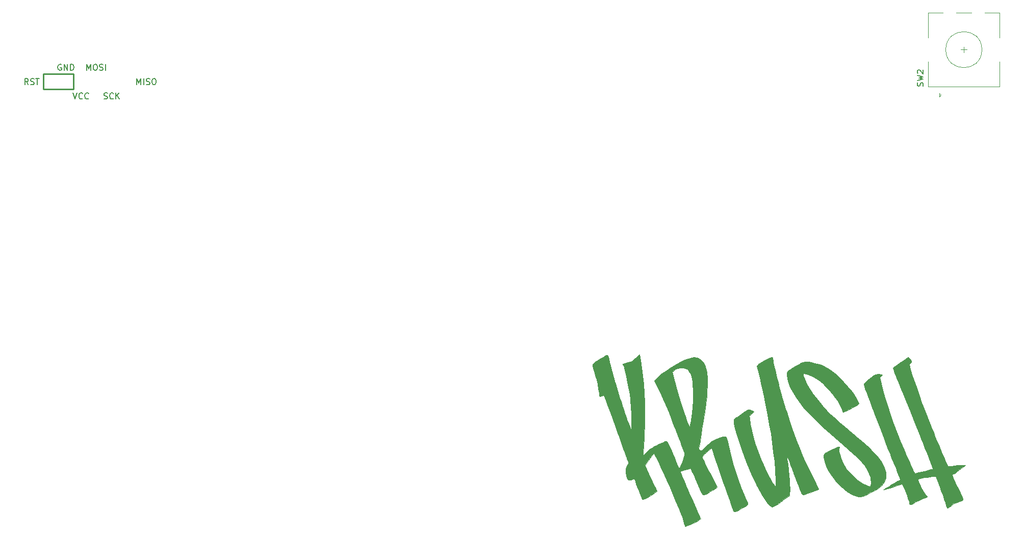
<source format=gbr>
G04 #@! TF.GenerationSoftware,KiCad,Pcbnew,(5.1.10)-1*
G04 #@! TF.CreationDate,2021-06-22T17:57:11+07:00*
G04 #@! TF.ProjectId,averange65,61766572-616e-4676-9536-352e6b696361,rev?*
G04 #@! TF.SameCoordinates,Original*
G04 #@! TF.FileFunction,Legend,Top*
G04 #@! TF.FilePolarity,Positive*
%FSLAX46Y46*%
G04 Gerber Fmt 4.6, Leading zero omitted, Abs format (unit mm)*
G04 Created by KiCad (PCBNEW (5.1.10)-1) date 2021-06-22 17:57:11*
%MOMM*%
%LPD*%
G01*
G04 APERTURE LIST*
%ADD10C,0.250000*%
%ADD11C,0.010000*%
%ADD12C,0.120000*%
%ADD13C,0.150000*%
G04 APERTURE END LIST*
D10*
X170982000Y-61194000D02*
X175982000Y-61194000D01*
X175982000Y-61194000D02*
X175982000Y-63694000D01*
X175982000Y-63694000D02*
X170982000Y-63694000D01*
X170982000Y-63694000D02*
X170982000Y-61194000D01*
D11*
G36*
X270143220Y-108770073D02*
G01*
X270365110Y-110007141D01*
X270544551Y-111313877D01*
X270681924Y-112701987D01*
X270777611Y-114183179D01*
X270831994Y-115769158D01*
X270845455Y-117471631D01*
X270818376Y-119302304D01*
X270751139Y-121272882D01*
X270644125Y-123395073D01*
X270628914Y-123655667D01*
X270573814Y-124587000D01*
X271240407Y-123952000D01*
X271530420Y-123685368D01*
X271796645Y-123468617D01*
X272079151Y-123275499D01*
X272418010Y-123079764D01*
X272853292Y-122855164D01*
X273102481Y-122732213D01*
X273557707Y-122516908D01*
X273942105Y-122349614D01*
X274232206Y-122239735D01*
X274404542Y-122196674D01*
X274432806Y-122199171D01*
X274534905Y-122284594D01*
X274667941Y-122479301D01*
X274836282Y-122792355D01*
X275044300Y-123232817D01*
X275296364Y-123809752D01*
X275596845Y-124532222D01*
X275801366Y-125037276D01*
X276006374Y-125539299D01*
X276194333Y-125984031D01*
X276355137Y-126348797D01*
X276478675Y-126610921D01*
X276554838Y-126747726D01*
X276570414Y-126762372D01*
X276639129Y-126690109D01*
X276745711Y-126490113D01*
X276876555Y-126195973D01*
X277018058Y-125841277D01*
X277156614Y-125459615D01*
X277278619Y-125084574D01*
X277345899Y-124847754D01*
X277421456Y-124543607D01*
X277450238Y-124334368D01*
X277430022Y-124151577D01*
X277358582Y-123926776D01*
X277311891Y-123801028D01*
X277243440Y-123621532D01*
X277121184Y-123304078D01*
X276952822Y-122868481D01*
X276746050Y-122334554D01*
X276508562Y-121722112D01*
X276248057Y-121050968D01*
X275972230Y-120340935D01*
X275688777Y-119611827D01*
X275405395Y-118883459D01*
X275129780Y-118175643D01*
X274869628Y-117508194D01*
X274632636Y-116900925D01*
X274476460Y-116501333D01*
X274333056Y-116151477D01*
X274133296Y-115687576D01*
X273894297Y-115148149D01*
X273633172Y-114571717D01*
X273367038Y-113996799D01*
X273304617Y-113863950D01*
X272480512Y-112115568D01*
X272786423Y-111786902D01*
X273020570Y-111548872D01*
X273277619Y-111318534D01*
X273580686Y-111078902D01*
X273952884Y-110812988D01*
X274176034Y-110664435D01*
X275434834Y-110664435D01*
X275855177Y-112291718D01*
X276204678Y-113612527D01*
X276537506Y-114800518D01*
X276864010Y-115890037D01*
X277194542Y-116915428D01*
X277539451Y-117911037D01*
X277595866Y-118067667D01*
X277815440Y-118670864D01*
X277986214Y-119130800D01*
X278115155Y-119464098D01*
X278209227Y-119687386D01*
X278275394Y-119817290D01*
X278320621Y-119870434D01*
X278349304Y-119866252D01*
X278373341Y-119773732D01*
X278414456Y-119544586D01*
X278467526Y-119210062D01*
X278527429Y-118801405D01*
X278548253Y-118652500D01*
X278690147Y-117543854D01*
X278790796Y-116554595D01*
X278853042Y-115640616D01*
X278879725Y-114757810D01*
X278873689Y-113862072D01*
X278868797Y-113677228D01*
X278838603Y-112938060D01*
X278792760Y-112339961D01*
X278725984Y-111854983D01*
X278632995Y-111455180D01*
X278508511Y-111112605D01*
X278347248Y-110799311D01*
X278314609Y-110745013D01*
X278096955Y-110466485D01*
X277833438Y-110231373D01*
X277746005Y-110174906D01*
X277304959Y-110015924D01*
X276812796Y-109986776D01*
X276319662Y-110081576D01*
X275875700Y-110294438D01*
X275721770Y-110412503D01*
X275434834Y-110664435D01*
X274176034Y-110664435D01*
X274417326Y-110503805D01*
X274997128Y-110134366D01*
X275251334Y-109975378D01*
X276126479Y-109445414D01*
X276886386Y-109020601D01*
X277544848Y-108696431D01*
X278115658Y-108468399D01*
X278612609Y-108331997D01*
X279049494Y-108282718D01*
X279440106Y-108316056D01*
X279798238Y-108427503D01*
X279877548Y-108463751D01*
X280269704Y-108715338D01*
X280591464Y-109062152D01*
X280845752Y-109514324D01*
X281035495Y-110081988D01*
X281163615Y-110775275D01*
X281233039Y-111604317D01*
X281246691Y-112579247D01*
X281232371Y-113157000D01*
X281208488Y-113722904D01*
X281177092Y-114265428D01*
X281135532Y-114806039D01*
X281081158Y-115366207D01*
X281011320Y-115967401D01*
X280923366Y-116631088D01*
X280814646Y-117378738D01*
X280682510Y-118231819D01*
X280524306Y-119211800D01*
X280368615Y-120153054D01*
X280248291Y-120875930D01*
X280137167Y-121545747D01*
X280038234Y-122144302D01*
X279954486Y-122653392D01*
X279888914Y-123054813D01*
X279844511Y-123330362D01*
X279824269Y-123461835D01*
X279823334Y-123470173D01*
X279888041Y-123582973D01*
X280032595Y-123705908D01*
X280182648Y-123779136D01*
X280211582Y-123782667D01*
X280322563Y-123724207D01*
X280510922Y-123568627D01*
X280741827Y-123345621D01*
X280819367Y-123264492D01*
X281386981Y-122728780D01*
X282013999Y-122258372D01*
X282665367Y-121873890D01*
X283306033Y-121595954D01*
X283900945Y-121445187D01*
X283915262Y-121443180D01*
X284159283Y-121421534D01*
X284300094Y-121455547D01*
X284399659Y-121563587D01*
X284417902Y-121592185D01*
X284483254Y-121754085D01*
X284565737Y-122040585D01*
X284654176Y-122409338D01*
X284727756Y-122766667D01*
X284951652Y-123805041D01*
X285246084Y-124954496D01*
X285599011Y-126178281D01*
X285998389Y-127439647D01*
X286432174Y-128701842D01*
X286888325Y-129928115D01*
X287354796Y-131081716D01*
X287735896Y-131946226D01*
X287872718Y-132246764D01*
X287950820Y-132467449D01*
X287955409Y-132636855D01*
X287871692Y-132783558D01*
X287684876Y-132936131D01*
X287380169Y-133123150D01*
X287020000Y-133329074D01*
X286522928Y-133604710D01*
X286152206Y-133791051D01*
X285894046Y-133893851D01*
X285734658Y-133918868D01*
X285672814Y-133891389D01*
X285612837Y-133775986D01*
X285504847Y-133517042D01*
X285354791Y-133131524D01*
X285168619Y-132636398D01*
X284952279Y-132048627D01*
X284711718Y-131385179D01*
X284452884Y-130663018D01*
X284181726Y-129899110D01*
X283904192Y-129110420D01*
X283626231Y-128313913D01*
X283353789Y-127526556D01*
X283092817Y-126765314D01*
X282849260Y-126047151D01*
X282629069Y-125389034D01*
X282438190Y-124807928D01*
X282282573Y-124320799D01*
X282168165Y-123944611D01*
X282106385Y-123719167D01*
X282038451Y-123501096D01*
X281970678Y-123373272D01*
X281947944Y-123359333D01*
X281861388Y-123412896D01*
X281676722Y-123558925D01*
X281420634Y-123775436D01*
X281119811Y-124040443D01*
X281104420Y-124054261D01*
X280768655Y-124362759D01*
X280547110Y-124585686D01*
X280422368Y-124743985D01*
X280377009Y-124858597D01*
X280382569Y-124922095D01*
X280432478Y-125038232D01*
X280549550Y-125285534D01*
X280724085Y-125644286D01*
X280946382Y-126094769D01*
X281206741Y-126617265D01*
X281495463Y-127192058D01*
X281643332Y-127484812D01*
X282852618Y-129874623D01*
X282410055Y-130168380D01*
X282065532Y-130386788D01*
X281691063Y-130607504D01*
X281320947Y-130812220D01*
X280989485Y-130982632D01*
X280730977Y-131100433D01*
X280579725Y-131147320D01*
X280575455Y-131147476D01*
X280455569Y-131071237D01*
X280319602Y-130861276D01*
X280265935Y-130746500D01*
X280015241Y-130165127D01*
X279756211Y-129569094D01*
X279498080Y-128979192D01*
X279250078Y-128416212D01*
X279021438Y-127900945D01*
X278821393Y-127454182D01*
X278659174Y-127096715D01*
X278544015Y-126849334D01*
X278485146Y-126732831D01*
X278481226Y-126727348D01*
X278385477Y-126728597D01*
X278171377Y-126771390D01*
X277881255Y-126843847D01*
X277557445Y-126934084D01*
X277242277Y-127030219D01*
X276978084Y-127120372D01*
X276807198Y-127192658D01*
X276791608Y-127201609D01*
X276767759Y-127228670D01*
X276761760Y-127281188D01*
X276779311Y-127373402D01*
X276826112Y-127519554D01*
X276907865Y-127733884D01*
X277030269Y-128030633D01*
X277199027Y-128424042D01*
X277419838Y-128928352D01*
X277698402Y-129557804D01*
X278040422Y-130326638D01*
X278061662Y-130374315D01*
X278331309Y-130982318D01*
X278609486Y-131614403D01*
X278878334Y-132229645D01*
X279119992Y-132787119D01*
X279316602Y-133245901D01*
X279373319Y-133379982D01*
X279556684Y-133811001D01*
X279731071Y-134212622D01*
X279879243Y-134545702D01*
X279983963Y-134771098D01*
X280000996Y-134805372D01*
X280160210Y-135117744D01*
X279910545Y-135295521D01*
X279730479Y-135402998D01*
X279438905Y-135554537D01*
X279080100Y-135727826D01*
X278789607Y-135860379D01*
X278325752Y-136066821D01*
X277994175Y-136211386D01*
X277771436Y-136298730D01*
X277634098Y-136333508D01*
X277558722Y-136320375D01*
X277521871Y-136263985D01*
X277500105Y-136168995D01*
X277489787Y-136118539D01*
X277406246Y-135810493D01*
X277266447Y-135384569D01*
X277076737Y-134855447D01*
X276843463Y-134237807D01*
X276572970Y-133546328D01*
X276271605Y-132795691D01*
X275945714Y-132000575D01*
X275601645Y-131175660D01*
X275245744Y-130335626D01*
X274884357Y-129495152D01*
X274523830Y-128668919D01*
X274170511Y-127871607D01*
X273830745Y-127117894D01*
X273510880Y-126422462D01*
X273217261Y-125799990D01*
X272956236Y-125265158D01*
X272734150Y-124832645D01*
X272557350Y-124517132D01*
X272432183Y-124333298D01*
X272376274Y-124290667D01*
X272294680Y-124355554D01*
X272140511Y-124529813D01*
X271936485Y-124782841D01*
X271705318Y-125084033D01*
X271469727Y-125402786D01*
X271252431Y-125708497D01*
X271076146Y-125970561D01*
X270963589Y-126158375D01*
X270934642Y-126232778D01*
X270969737Y-126366255D01*
X271068367Y-126623388D01*
X271218514Y-126978742D01*
X271408159Y-127406884D01*
X271625286Y-127882377D01*
X271857875Y-128379788D01*
X272093909Y-128873682D01*
X272321370Y-129338624D01*
X272528238Y-129749180D01*
X272702498Y-130079915D01*
X272832129Y-130305394D01*
X272903280Y-130399123D01*
X272888807Y-130471511D01*
X272751793Y-130606468D01*
X272519210Y-130787066D01*
X272218031Y-130996383D01*
X271875230Y-131217492D01*
X271517780Y-131433469D01*
X271172654Y-131627389D01*
X270866825Y-131782326D01*
X270627266Y-131881357D01*
X270497072Y-131908957D01*
X270428305Y-131829438D01*
X270313922Y-131599991D01*
X270158899Y-131232286D01*
X269968209Y-130737993D01*
X269790334Y-130250912D01*
X269609442Y-129748597D01*
X269444986Y-129297990D01*
X269306388Y-128924429D01*
X269203074Y-128653250D01*
X269144470Y-128509791D01*
X269137747Y-128496585D01*
X269046174Y-128453115D01*
X268870272Y-128521929D01*
X268828351Y-128545963D01*
X268505133Y-128673923D01*
X268221765Y-128665021D01*
X268031814Y-128545167D01*
X267868037Y-128259390D01*
X267765244Y-127864563D01*
X267724444Y-127409991D01*
X267746643Y-126944980D01*
X267832849Y-126518834D01*
X267983539Y-126181658D01*
X268111998Y-125976472D01*
X268157084Y-125830995D01*
X268126473Y-125667428D01*
X268053434Y-125473288D01*
X267996535Y-125322080D01*
X267888159Y-125027961D01*
X267734264Y-124607316D01*
X267540811Y-124076528D01*
X267313760Y-123451981D01*
X267059071Y-122750058D01*
X266782705Y-121987143D01*
X266490622Y-121179619D01*
X266370217Y-120846389D01*
X265906616Y-119564609D01*
X265498101Y-118438720D01*
X265143285Y-117464971D01*
X264840780Y-116639617D01*
X264589195Y-115958908D01*
X264387144Y-115419096D01*
X264233237Y-115016434D01*
X264126086Y-114747172D01*
X264064302Y-114607564D01*
X264050970Y-114586080D01*
X263959299Y-114594001D01*
X263771739Y-114655399D01*
X263698182Y-114684848D01*
X263495994Y-114761990D01*
X263374946Y-114794208D01*
X263362025Y-114791793D01*
X263344814Y-114702005D01*
X263313009Y-114482046D01*
X263271922Y-114169901D01*
X263245901Y-113961333D01*
X263158241Y-113392481D01*
X263025265Y-112716657D01*
X262859135Y-111986164D01*
X262672015Y-111253311D01*
X262476067Y-110570401D01*
X262404611Y-110343468D01*
X262296489Y-109995130D01*
X262238156Y-109724413D01*
X262244213Y-109506178D01*
X262329259Y-109315286D01*
X262507894Y-109126598D01*
X262794719Y-108914974D01*
X263204333Y-108655276D01*
X263484096Y-108484757D01*
X263950867Y-108206992D01*
X264291462Y-108018292D01*
X264519441Y-107912077D01*
X264648362Y-107881768D01*
X264686449Y-107901307D01*
X264725224Y-108013591D01*
X264798018Y-108263680D01*
X264897584Y-108625151D01*
X265016676Y-109071581D01*
X265148046Y-109576546D01*
X265178390Y-109694883D01*
X265341397Y-110330155D01*
X265480591Y-110865341D01*
X265605552Y-111333873D01*
X265725860Y-111769183D01*
X265851095Y-112204703D01*
X265990837Y-112673865D01*
X266154668Y-113210102D01*
X266352167Y-113846844D01*
X266546557Y-114469333D01*
X266720168Y-115015414D01*
X266917930Y-115622236D01*
X267132405Y-116268369D01*
X267356157Y-116932381D01*
X267581748Y-117592840D01*
X267801742Y-118228315D01*
X268008701Y-118817375D01*
X268195188Y-119338587D01*
X268353767Y-119770522D01*
X268477000Y-120091746D01*
X268557450Y-120280829D01*
X268573815Y-120311333D01*
X268597600Y-120271017D01*
X268614807Y-120068898D01*
X268625283Y-119712388D01*
X268628871Y-119208895D01*
X268625417Y-118565830D01*
X268619813Y-118110000D01*
X268606693Y-117402777D01*
X268586940Y-116777028D01*
X268557080Y-116205553D01*
X268513639Y-115661152D01*
X268453145Y-115116624D01*
X268372124Y-114544771D01*
X268267102Y-113918391D01*
X268134607Y-113210284D01*
X267971164Y-112393250D01*
X267773301Y-111440090D01*
X267760010Y-111376793D01*
X267639893Y-110806484D01*
X267548064Y-110378739D01*
X267478083Y-110070384D01*
X267423506Y-109858251D01*
X267377893Y-109719166D01*
X267334802Y-109629961D01*
X267287790Y-109567464D01*
X267244527Y-109522622D01*
X267169518Y-109421844D01*
X267237416Y-109369888D01*
X267271240Y-109359893D01*
X267785276Y-109216037D01*
X268170039Y-109099968D01*
X268459842Y-108995716D01*
X268688995Y-108887309D01*
X268891809Y-108758779D01*
X269102595Y-108594156D01*
X269325273Y-108403847D01*
X269958571Y-107854480D01*
X270143220Y-108770073D01*
G37*
X270143220Y-108770073D02*
X270365110Y-110007141D01*
X270544551Y-111313877D01*
X270681924Y-112701987D01*
X270777611Y-114183179D01*
X270831994Y-115769158D01*
X270845455Y-117471631D01*
X270818376Y-119302304D01*
X270751139Y-121272882D01*
X270644125Y-123395073D01*
X270628914Y-123655667D01*
X270573814Y-124587000D01*
X271240407Y-123952000D01*
X271530420Y-123685368D01*
X271796645Y-123468617D01*
X272079151Y-123275499D01*
X272418010Y-123079764D01*
X272853292Y-122855164D01*
X273102481Y-122732213D01*
X273557707Y-122516908D01*
X273942105Y-122349614D01*
X274232206Y-122239735D01*
X274404542Y-122196674D01*
X274432806Y-122199171D01*
X274534905Y-122284594D01*
X274667941Y-122479301D01*
X274836282Y-122792355D01*
X275044300Y-123232817D01*
X275296364Y-123809752D01*
X275596845Y-124532222D01*
X275801366Y-125037276D01*
X276006374Y-125539299D01*
X276194333Y-125984031D01*
X276355137Y-126348797D01*
X276478675Y-126610921D01*
X276554838Y-126747726D01*
X276570414Y-126762372D01*
X276639129Y-126690109D01*
X276745711Y-126490113D01*
X276876555Y-126195973D01*
X277018058Y-125841277D01*
X277156614Y-125459615D01*
X277278619Y-125084574D01*
X277345899Y-124847754D01*
X277421456Y-124543607D01*
X277450238Y-124334368D01*
X277430022Y-124151577D01*
X277358582Y-123926776D01*
X277311891Y-123801028D01*
X277243440Y-123621532D01*
X277121184Y-123304078D01*
X276952822Y-122868481D01*
X276746050Y-122334554D01*
X276508562Y-121722112D01*
X276248057Y-121050968D01*
X275972230Y-120340935D01*
X275688777Y-119611827D01*
X275405395Y-118883459D01*
X275129780Y-118175643D01*
X274869628Y-117508194D01*
X274632636Y-116900925D01*
X274476460Y-116501333D01*
X274333056Y-116151477D01*
X274133296Y-115687576D01*
X273894297Y-115148149D01*
X273633172Y-114571717D01*
X273367038Y-113996799D01*
X273304617Y-113863950D01*
X272480512Y-112115568D01*
X272786423Y-111786902D01*
X273020570Y-111548872D01*
X273277619Y-111318534D01*
X273580686Y-111078902D01*
X273952884Y-110812988D01*
X274176034Y-110664435D01*
X275434834Y-110664435D01*
X275855177Y-112291718D01*
X276204678Y-113612527D01*
X276537506Y-114800518D01*
X276864010Y-115890037D01*
X277194542Y-116915428D01*
X277539451Y-117911037D01*
X277595866Y-118067667D01*
X277815440Y-118670864D01*
X277986214Y-119130800D01*
X278115155Y-119464098D01*
X278209227Y-119687386D01*
X278275394Y-119817290D01*
X278320621Y-119870434D01*
X278349304Y-119866252D01*
X278373341Y-119773732D01*
X278414456Y-119544586D01*
X278467526Y-119210062D01*
X278527429Y-118801405D01*
X278548253Y-118652500D01*
X278690147Y-117543854D01*
X278790796Y-116554595D01*
X278853042Y-115640616D01*
X278879725Y-114757810D01*
X278873689Y-113862072D01*
X278868797Y-113677228D01*
X278838603Y-112938060D01*
X278792760Y-112339961D01*
X278725984Y-111854983D01*
X278632995Y-111455180D01*
X278508511Y-111112605D01*
X278347248Y-110799311D01*
X278314609Y-110745013D01*
X278096955Y-110466485D01*
X277833438Y-110231373D01*
X277746005Y-110174906D01*
X277304959Y-110015924D01*
X276812796Y-109986776D01*
X276319662Y-110081576D01*
X275875700Y-110294438D01*
X275721770Y-110412503D01*
X275434834Y-110664435D01*
X274176034Y-110664435D01*
X274417326Y-110503805D01*
X274997128Y-110134366D01*
X275251334Y-109975378D01*
X276126479Y-109445414D01*
X276886386Y-109020601D01*
X277544848Y-108696431D01*
X278115658Y-108468399D01*
X278612609Y-108331997D01*
X279049494Y-108282718D01*
X279440106Y-108316056D01*
X279798238Y-108427503D01*
X279877548Y-108463751D01*
X280269704Y-108715338D01*
X280591464Y-109062152D01*
X280845752Y-109514324D01*
X281035495Y-110081988D01*
X281163615Y-110775275D01*
X281233039Y-111604317D01*
X281246691Y-112579247D01*
X281232371Y-113157000D01*
X281208488Y-113722904D01*
X281177092Y-114265428D01*
X281135532Y-114806039D01*
X281081158Y-115366207D01*
X281011320Y-115967401D01*
X280923366Y-116631088D01*
X280814646Y-117378738D01*
X280682510Y-118231819D01*
X280524306Y-119211800D01*
X280368615Y-120153054D01*
X280248291Y-120875930D01*
X280137167Y-121545747D01*
X280038234Y-122144302D01*
X279954486Y-122653392D01*
X279888914Y-123054813D01*
X279844511Y-123330362D01*
X279824269Y-123461835D01*
X279823334Y-123470173D01*
X279888041Y-123582973D01*
X280032595Y-123705908D01*
X280182648Y-123779136D01*
X280211582Y-123782667D01*
X280322563Y-123724207D01*
X280510922Y-123568627D01*
X280741827Y-123345621D01*
X280819367Y-123264492D01*
X281386981Y-122728780D01*
X282013999Y-122258372D01*
X282665367Y-121873890D01*
X283306033Y-121595954D01*
X283900945Y-121445187D01*
X283915262Y-121443180D01*
X284159283Y-121421534D01*
X284300094Y-121455547D01*
X284399659Y-121563587D01*
X284417902Y-121592185D01*
X284483254Y-121754085D01*
X284565737Y-122040585D01*
X284654176Y-122409338D01*
X284727756Y-122766667D01*
X284951652Y-123805041D01*
X285246084Y-124954496D01*
X285599011Y-126178281D01*
X285998389Y-127439647D01*
X286432174Y-128701842D01*
X286888325Y-129928115D01*
X287354796Y-131081716D01*
X287735896Y-131946226D01*
X287872718Y-132246764D01*
X287950820Y-132467449D01*
X287955409Y-132636855D01*
X287871692Y-132783558D01*
X287684876Y-132936131D01*
X287380169Y-133123150D01*
X287020000Y-133329074D01*
X286522928Y-133604710D01*
X286152206Y-133791051D01*
X285894046Y-133893851D01*
X285734658Y-133918868D01*
X285672814Y-133891389D01*
X285612837Y-133775986D01*
X285504847Y-133517042D01*
X285354791Y-133131524D01*
X285168619Y-132636398D01*
X284952279Y-132048627D01*
X284711718Y-131385179D01*
X284452884Y-130663018D01*
X284181726Y-129899110D01*
X283904192Y-129110420D01*
X283626231Y-128313913D01*
X283353789Y-127526556D01*
X283092817Y-126765314D01*
X282849260Y-126047151D01*
X282629069Y-125389034D01*
X282438190Y-124807928D01*
X282282573Y-124320799D01*
X282168165Y-123944611D01*
X282106385Y-123719167D01*
X282038451Y-123501096D01*
X281970678Y-123373272D01*
X281947944Y-123359333D01*
X281861388Y-123412896D01*
X281676722Y-123558925D01*
X281420634Y-123775436D01*
X281119811Y-124040443D01*
X281104420Y-124054261D01*
X280768655Y-124362759D01*
X280547110Y-124585686D01*
X280422368Y-124743985D01*
X280377009Y-124858597D01*
X280382569Y-124922095D01*
X280432478Y-125038232D01*
X280549550Y-125285534D01*
X280724085Y-125644286D01*
X280946382Y-126094769D01*
X281206741Y-126617265D01*
X281495463Y-127192058D01*
X281643332Y-127484812D01*
X282852618Y-129874623D01*
X282410055Y-130168380D01*
X282065532Y-130386788D01*
X281691063Y-130607504D01*
X281320947Y-130812220D01*
X280989485Y-130982632D01*
X280730977Y-131100433D01*
X280579725Y-131147320D01*
X280575455Y-131147476D01*
X280455569Y-131071237D01*
X280319602Y-130861276D01*
X280265935Y-130746500D01*
X280015241Y-130165127D01*
X279756211Y-129569094D01*
X279498080Y-128979192D01*
X279250078Y-128416212D01*
X279021438Y-127900945D01*
X278821393Y-127454182D01*
X278659174Y-127096715D01*
X278544015Y-126849334D01*
X278485146Y-126732831D01*
X278481226Y-126727348D01*
X278385477Y-126728597D01*
X278171377Y-126771390D01*
X277881255Y-126843847D01*
X277557445Y-126934084D01*
X277242277Y-127030219D01*
X276978084Y-127120372D01*
X276807198Y-127192658D01*
X276791608Y-127201609D01*
X276767759Y-127228670D01*
X276761760Y-127281188D01*
X276779311Y-127373402D01*
X276826112Y-127519554D01*
X276907865Y-127733884D01*
X277030269Y-128030633D01*
X277199027Y-128424042D01*
X277419838Y-128928352D01*
X277698402Y-129557804D01*
X278040422Y-130326638D01*
X278061662Y-130374315D01*
X278331309Y-130982318D01*
X278609486Y-131614403D01*
X278878334Y-132229645D01*
X279119992Y-132787119D01*
X279316602Y-133245901D01*
X279373319Y-133379982D01*
X279556684Y-133811001D01*
X279731071Y-134212622D01*
X279879243Y-134545702D01*
X279983963Y-134771098D01*
X280000996Y-134805372D01*
X280160210Y-135117744D01*
X279910545Y-135295521D01*
X279730479Y-135402998D01*
X279438905Y-135554537D01*
X279080100Y-135727826D01*
X278789607Y-135860379D01*
X278325752Y-136066821D01*
X277994175Y-136211386D01*
X277771436Y-136298730D01*
X277634098Y-136333508D01*
X277558722Y-136320375D01*
X277521871Y-136263985D01*
X277500105Y-136168995D01*
X277489787Y-136118539D01*
X277406246Y-135810493D01*
X277266447Y-135384569D01*
X277076737Y-134855447D01*
X276843463Y-134237807D01*
X276572970Y-133546328D01*
X276271605Y-132795691D01*
X275945714Y-132000575D01*
X275601645Y-131175660D01*
X275245744Y-130335626D01*
X274884357Y-129495152D01*
X274523830Y-128668919D01*
X274170511Y-127871607D01*
X273830745Y-127117894D01*
X273510880Y-126422462D01*
X273217261Y-125799990D01*
X272956236Y-125265158D01*
X272734150Y-124832645D01*
X272557350Y-124517132D01*
X272432183Y-124333298D01*
X272376274Y-124290667D01*
X272294680Y-124355554D01*
X272140511Y-124529813D01*
X271936485Y-124782841D01*
X271705318Y-125084033D01*
X271469727Y-125402786D01*
X271252431Y-125708497D01*
X271076146Y-125970561D01*
X270963589Y-126158375D01*
X270934642Y-126232778D01*
X270969737Y-126366255D01*
X271068367Y-126623388D01*
X271218514Y-126978742D01*
X271408159Y-127406884D01*
X271625286Y-127882377D01*
X271857875Y-128379788D01*
X272093909Y-128873682D01*
X272321370Y-129338624D01*
X272528238Y-129749180D01*
X272702498Y-130079915D01*
X272832129Y-130305394D01*
X272903280Y-130399123D01*
X272888807Y-130471511D01*
X272751793Y-130606468D01*
X272519210Y-130787066D01*
X272218031Y-130996383D01*
X271875230Y-131217492D01*
X271517780Y-131433469D01*
X271172654Y-131627389D01*
X270866825Y-131782326D01*
X270627266Y-131881357D01*
X270497072Y-131908957D01*
X270428305Y-131829438D01*
X270313922Y-131599991D01*
X270158899Y-131232286D01*
X269968209Y-130737993D01*
X269790334Y-130250912D01*
X269609442Y-129748597D01*
X269444986Y-129297990D01*
X269306388Y-128924429D01*
X269203074Y-128653250D01*
X269144470Y-128509791D01*
X269137747Y-128496585D01*
X269046174Y-128453115D01*
X268870272Y-128521929D01*
X268828351Y-128545963D01*
X268505133Y-128673923D01*
X268221765Y-128665021D01*
X268031814Y-128545167D01*
X267868037Y-128259390D01*
X267765244Y-127864563D01*
X267724444Y-127409991D01*
X267746643Y-126944980D01*
X267832849Y-126518834D01*
X267983539Y-126181658D01*
X268111998Y-125976472D01*
X268157084Y-125830995D01*
X268126473Y-125667428D01*
X268053434Y-125473288D01*
X267996535Y-125322080D01*
X267888159Y-125027961D01*
X267734264Y-124607316D01*
X267540811Y-124076528D01*
X267313760Y-123451981D01*
X267059071Y-122750058D01*
X266782705Y-121987143D01*
X266490622Y-121179619D01*
X266370217Y-120846389D01*
X265906616Y-119564609D01*
X265498101Y-118438720D01*
X265143285Y-117464971D01*
X264840780Y-116639617D01*
X264589195Y-115958908D01*
X264387144Y-115419096D01*
X264233237Y-115016434D01*
X264126086Y-114747172D01*
X264064302Y-114607564D01*
X264050970Y-114586080D01*
X263959299Y-114594001D01*
X263771739Y-114655399D01*
X263698182Y-114684848D01*
X263495994Y-114761990D01*
X263374946Y-114794208D01*
X263362025Y-114791793D01*
X263344814Y-114702005D01*
X263313009Y-114482046D01*
X263271922Y-114169901D01*
X263245901Y-113961333D01*
X263158241Y-113392481D01*
X263025265Y-112716657D01*
X262859135Y-111986164D01*
X262672015Y-111253311D01*
X262476067Y-110570401D01*
X262404611Y-110343468D01*
X262296489Y-109995130D01*
X262238156Y-109724413D01*
X262244213Y-109506178D01*
X262329259Y-109315286D01*
X262507894Y-109126598D01*
X262794719Y-108914974D01*
X263204333Y-108655276D01*
X263484096Y-108484757D01*
X263950867Y-108206992D01*
X264291462Y-108018292D01*
X264519441Y-107912077D01*
X264648362Y-107881768D01*
X264686449Y-107901307D01*
X264725224Y-108013591D01*
X264798018Y-108263680D01*
X264897584Y-108625151D01*
X265016676Y-109071581D01*
X265148046Y-109576546D01*
X265178390Y-109694883D01*
X265341397Y-110330155D01*
X265480591Y-110865341D01*
X265605552Y-111333873D01*
X265725860Y-111769183D01*
X265851095Y-112204703D01*
X265990837Y-112673865D01*
X266154668Y-113210102D01*
X266352167Y-113846844D01*
X266546557Y-114469333D01*
X266720168Y-115015414D01*
X266917930Y-115622236D01*
X267132405Y-116268369D01*
X267356157Y-116932381D01*
X267581748Y-117592840D01*
X267801742Y-118228315D01*
X268008701Y-118817375D01*
X268195188Y-119338587D01*
X268353767Y-119770522D01*
X268477000Y-120091746D01*
X268557450Y-120280829D01*
X268573815Y-120311333D01*
X268597600Y-120271017D01*
X268614807Y-120068898D01*
X268625283Y-119712388D01*
X268628871Y-119208895D01*
X268625417Y-118565830D01*
X268619813Y-118110000D01*
X268606693Y-117402777D01*
X268586940Y-116777028D01*
X268557080Y-116205553D01*
X268513639Y-115661152D01*
X268453145Y-115116624D01*
X268372124Y-114544771D01*
X268267102Y-113918391D01*
X268134607Y-113210284D01*
X267971164Y-112393250D01*
X267773301Y-111440090D01*
X267760010Y-111376793D01*
X267639893Y-110806484D01*
X267548064Y-110378739D01*
X267478083Y-110070384D01*
X267423506Y-109858251D01*
X267377893Y-109719166D01*
X267334802Y-109629961D01*
X267287790Y-109567464D01*
X267244527Y-109522622D01*
X267169518Y-109421844D01*
X267237416Y-109369888D01*
X267271240Y-109359893D01*
X267785276Y-109216037D01*
X268170039Y-109099968D01*
X268459842Y-108995716D01*
X268688995Y-108887309D01*
X268891809Y-108758779D01*
X269102595Y-108594156D01*
X269325273Y-108403847D01*
X269958571Y-107854480D01*
X270143220Y-108770073D01*
G36*
X314849813Y-108472900D02*
G01*
X315074971Y-108709752D01*
X315165126Y-108893295D01*
X315128013Y-109061316D01*
X315002673Y-109219646D01*
X314776168Y-109456065D01*
X314993359Y-110248199D01*
X315239527Y-111092624D01*
X315553248Y-112079024D01*
X315930407Y-113195957D01*
X316366890Y-114431978D01*
X316858580Y-115775645D01*
X317401363Y-117215514D01*
X317991124Y-118740142D01*
X318605583Y-120292688D01*
X318815637Y-120813554D01*
X319053586Y-121396309D01*
X319311272Y-122021634D01*
X319580533Y-122670208D01*
X319853212Y-123322712D01*
X320121148Y-123959828D01*
X320376181Y-124562235D01*
X320610153Y-125110614D01*
X320814903Y-125585645D01*
X320982271Y-125968010D01*
X321104099Y-126238389D01*
X321172227Y-126377461D01*
X321181166Y-126390891D01*
X321269798Y-126391162D01*
X321494922Y-126373806D01*
X321824945Y-126341712D01*
X322228274Y-126297767D01*
X322337780Y-126285160D01*
X322785404Y-126235899D01*
X323197790Y-126195627D01*
X323532608Y-126168137D01*
X323747530Y-126157223D01*
X323765334Y-126157230D01*
X324061667Y-126160921D01*
X323638334Y-126541425D01*
X323411995Y-126730223D01*
X323113882Y-126959030D01*
X322780869Y-127201868D01*
X322449830Y-127432759D01*
X322157640Y-127625728D01*
X321941172Y-127754797D01*
X321866676Y-127789515D01*
X321877111Y-127871054D01*
X321955502Y-128084427D01*
X322093433Y-128410333D01*
X322282485Y-128829474D01*
X322514243Y-129322551D01*
X322726139Y-129760129D01*
X322986334Y-130295193D01*
X323221181Y-130786333D01*
X323420314Y-131211202D01*
X323573367Y-131547454D01*
X323669973Y-131772743D01*
X323699805Y-131859054D01*
X323684676Y-131944237D01*
X323594360Y-132024047D01*
X323401836Y-132113423D01*
X323080079Y-132227304D01*
X322966059Y-132264671D01*
X322488227Y-132440074D01*
X322107673Y-132634149D01*
X321753363Y-132884128D01*
X321696416Y-132930117D01*
X321405364Y-133162739D01*
X321216264Y-133294569D01*
X321104360Y-133337152D01*
X321044897Y-133302031D01*
X321022945Y-133244167D01*
X320923838Y-132901811D01*
X320771514Y-132423603D01*
X320573494Y-131831757D01*
X320337299Y-131148487D01*
X320070449Y-130396007D01*
X319883525Y-129878667D01*
X319221112Y-128058333D01*
X318762723Y-128068316D01*
X318501793Y-128087766D01*
X318145586Y-128132664D01*
X317733487Y-128195906D01*
X317304882Y-128270389D01*
X316899157Y-128349009D01*
X316555699Y-128424662D01*
X316313893Y-128490246D01*
X316227488Y-128525552D01*
X316193336Y-128581962D01*
X316206638Y-128697012D01*
X316275211Y-128891916D01*
X316406875Y-129187886D01*
X316609450Y-129606135D01*
X316672918Y-129733952D01*
X316893450Y-130160194D01*
X317112152Y-130554178D01*
X317307951Y-130879833D01*
X317459773Y-131101089D01*
X317498553Y-131147117D01*
X317649171Y-131317935D01*
X317730446Y-131429181D01*
X317735324Y-131448816D01*
X317651719Y-131487901D01*
X317445367Y-131574867D01*
X317150969Y-131695269D01*
X316925383Y-131785996D01*
X316550500Y-131944233D01*
X316201895Y-132106081D01*
X315932438Y-132246380D01*
X315843546Y-132300834D01*
X315429840Y-132560105D01*
X315125959Y-132699075D01*
X314923835Y-132718994D01*
X314815399Y-132621110D01*
X314790667Y-132463934D01*
X314760768Y-132332800D01*
X314679110Y-132076664D01*
X314557754Y-131727376D01*
X314408758Y-131316780D01*
X314244183Y-130876724D01*
X314076087Y-130439055D01*
X313916530Y-130035619D01*
X313777571Y-129698264D01*
X313671271Y-129458835D01*
X313612219Y-129351883D01*
X313519323Y-129358803D01*
X313292554Y-129414686D01*
X312957683Y-129512031D01*
X312540479Y-129643334D01*
X312066713Y-129801097D01*
X312053451Y-129805628D01*
X311579173Y-129964908D01*
X311161683Y-130099640D01*
X310826555Y-130202019D01*
X310599366Y-130264238D01*
X310505690Y-130278493D01*
X310505235Y-130278124D01*
X310560349Y-130224250D01*
X310739770Y-130102011D01*
X311020245Y-129926106D01*
X311378521Y-129711235D01*
X311674268Y-129539117D01*
X312200019Y-129236636D01*
X312596647Y-129006749D01*
X312881638Y-128837312D01*
X313072477Y-128716185D01*
X313186648Y-128631226D01*
X313241638Y-128570295D01*
X313254932Y-128521250D01*
X313244015Y-128471950D01*
X313238001Y-128453310D01*
X313196403Y-128342697D01*
X313099321Y-128094937D01*
X312954665Y-127729901D01*
X312770349Y-127267462D01*
X312554283Y-126727489D01*
X312314381Y-126129855D01*
X312170533Y-125772333D01*
X311864979Y-125009042D01*
X311530186Y-124164978D01*
X311185064Y-123288335D01*
X310848525Y-122427305D01*
X310539479Y-121630083D01*
X310293502Y-120988667D01*
X310014046Y-120256238D01*
X309700815Y-119437953D01*
X309374586Y-118587918D01*
X309056139Y-117760239D01*
X308766250Y-117009022D01*
X308635282Y-116670667D01*
X308239408Y-115639061D01*
X307911382Y-114761964D01*
X307651013Y-114038819D01*
X307458110Y-113469072D01*
X307332484Y-113052168D01*
X307273942Y-112787551D01*
X307271285Y-112699536D01*
X307345851Y-112591025D01*
X307527674Y-112407554D01*
X307786934Y-112173574D01*
X308093809Y-111913541D01*
X308418479Y-111651908D01*
X308731123Y-111413127D01*
X309001919Y-111221654D01*
X309201046Y-111101941D01*
X309241356Y-111084052D01*
X309666531Y-111002330D01*
X310070203Y-111088511D01*
X310089646Y-111097151D01*
X310307260Y-111196303D01*
X310080945Y-111432525D01*
X309854629Y-111668747D01*
X310089996Y-112666873D01*
X310360749Y-113720937D01*
X310705119Y-114905225D01*
X311116434Y-116200871D01*
X311588024Y-117589011D01*
X312113217Y-119050779D01*
X312685343Y-120567309D01*
X313297731Y-122119736D01*
X313943709Y-123689194D01*
X314209005Y-124315167D01*
X314554898Y-125122600D01*
X314842065Y-125787223D01*
X315077227Y-126322401D01*
X315267107Y-126741498D01*
X315418426Y-127057879D01*
X315537908Y-127284907D01*
X315632273Y-127435948D01*
X315708244Y-127524365D01*
X315772542Y-127563523D01*
X315831891Y-127566786D01*
X315843323Y-127564412D01*
X316080199Y-127505814D01*
X316411702Y-127421613D01*
X316806291Y-127320065D01*
X317232424Y-127209428D01*
X317658561Y-127097957D01*
X318053161Y-126993911D01*
X318384681Y-126905544D01*
X318621583Y-126841116D01*
X318732324Y-126808881D01*
X318736558Y-126807023D01*
X318713784Y-126726204D01*
X318638432Y-126519986D01*
X318522300Y-126219588D01*
X318377500Y-125857000D01*
X318266172Y-125580343D01*
X318101065Y-125167684D01*
X317890716Y-124640473D01*
X317643665Y-124020156D01*
X317368449Y-123328182D01*
X317073606Y-122585999D01*
X316767675Y-121815056D01*
X316574311Y-121327333D01*
X316210350Y-120412440D01*
X315804142Y-119397347D01*
X315373089Y-118325158D01*
X314934593Y-117238980D01*
X314506054Y-116181918D01*
X314104874Y-115197079D01*
X313754532Y-114342333D01*
X313454359Y-113610881D01*
X313169498Y-112912847D01*
X312907518Y-112267069D01*
X312675994Y-111692382D01*
X312482495Y-111207620D01*
X312334594Y-110831620D01*
X312239864Y-110583216D01*
X312213734Y-110509523D01*
X312066633Y-110063380D01*
X312264483Y-109893583D01*
X312403319Y-109787857D01*
X312653320Y-109610265D01*
X312984118Y-109381904D01*
X313365342Y-109123871D01*
X313550872Y-108999960D01*
X314639411Y-108276133D01*
X314849813Y-108472900D01*
G37*
X314849813Y-108472900D02*
X315074971Y-108709752D01*
X315165126Y-108893295D01*
X315128013Y-109061316D01*
X315002673Y-109219646D01*
X314776168Y-109456065D01*
X314993359Y-110248199D01*
X315239527Y-111092624D01*
X315553248Y-112079024D01*
X315930407Y-113195957D01*
X316366890Y-114431978D01*
X316858580Y-115775645D01*
X317401363Y-117215514D01*
X317991124Y-118740142D01*
X318605583Y-120292688D01*
X318815637Y-120813554D01*
X319053586Y-121396309D01*
X319311272Y-122021634D01*
X319580533Y-122670208D01*
X319853212Y-123322712D01*
X320121148Y-123959828D01*
X320376181Y-124562235D01*
X320610153Y-125110614D01*
X320814903Y-125585645D01*
X320982271Y-125968010D01*
X321104099Y-126238389D01*
X321172227Y-126377461D01*
X321181166Y-126390891D01*
X321269798Y-126391162D01*
X321494922Y-126373806D01*
X321824945Y-126341712D01*
X322228274Y-126297767D01*
X322337780Y-126285160D01*
X322785404Y-126235899D01*
X323197790Y-126195627D01*
X323532608Y-126168137D01*
X323747530Y-126157223D01*
X323765334Y-126157230D01*
X324061667Y-126160921D01*
X323638334Y-126541425D01*
X323411995Y-126730223D01*
X323113882Y-126959030D01*
X322780869Y-127201868D01*
X322449830Y-127432759D01*
X322157640Y-127625728D01*
X321941172Y-127754797D01*
X321866676Y-127789515D01*
X321877111Y-127871054D01*
X321955502Y-128084427D01*
X322093433Y-128410333D01*
X322282485Y-128829474D01*
X322514243Y-129322551D01*
X322726139Y-129760129D01*
X322986334Y-130295193D01*
X323221181Y-130786333D01*
X323420314Y-131211202D01*
X323573367Y-131547454D01*
X323669973Y-131772743D01*
X323699805Y-131859054D01*
X323684676Y-131944237D01*
X323594360Y-132024047D01*
X323401836Y-132113423D01*
X323080079Y-132227304D01*
X322966059Y-132264671D01*
X322488227Y-132440074D01*
X322107673Y-132634149D01*
X321753363Y-132884128D01*
X321696416Y-132930117D01*
X321405364Y-133162739D01*
X321216264Y-133294569D01*
X321104360Y-133337152D01*
X321044897Y-133302031D01*
X321022945Y-133244167D01*
X320923838Y-132901811D01*
X320771514Y-132423603D01*
X320573494Y-131831757D01*
X320337299Y-131148487D01*
X320070449Y-130396007D01*
X319883525Y-129878667D01*
X319221112Y-128058333D01*
X318762723Y-128068316D01*
X318501793Y-128087766D01*
X318145586Y-128132664D01*
X317733487Y-128195906D01*
X317304882Y-128270389D01*
X316899157Y-128349009D01*
X316555699Y-128424662D01*
X316313893Y-128490246D01*
X316227488Y-128525552D01*
X316193336Y-128581962D01*
X316206638Y-128697012D01*
X316275211Y-128891916D01*
X316406875Y-129187886D01*
X316609450Y-129606135D01*
X316672918Y-129733952D01*
X316893450Y-130160194D01*
X317112152Y-130554178D01*
X317307951Y-130879833D01*
X317459773Y-131101089D01*
X317498553Y-131147117D01*
X317649171Y-131317935D01*
X317730446Y-131429181D01*
X317735324Y-131448816D01*
X317651719Y-131487901D01*
X317445367Y-131574867D01*
X317150969Y-131695269D01*
X316925383Y-131785996D01*
X316550500Y-131944233D01*
X316201895Y-132106081D01*
X315932438Y-132246380D01*
X315843546Y-132300834D01*
X315429840Y-132560105D01*
X315125959Y-132699075D01*
X314923835Y-132718994D01*
X314815399Y-132621110D01*
X314790667Y-132463934D01*
X314760768Y-132332800D01*
X314679110Y-132076664D01*
X314557754Y-131727376D01*
X314408758Y-131316780D01*
X314244183Y-130876724D01*
X314076087Y-130439055D01*
X313916530Y-130035619D01*
X313777571Y-129698264D01*
X313671271Y-129458835D01*
X313612219Y-129351883D01*
X313519323Y-129358803D01*
X313292554Y-129414686D01*
X312957683Y-129512031D01*
X312540479Y-129643334D01*
X312066713Y-129801097D01*
X312053451Y-129805628D01*
X311579173Y-129964908D01*
X311161683Y-130099640D01*
X310826555Y-130202019D01*
X310599366Y-130264238D01*
X310505690Y-130278493D01*
X310505235Y-130278124D01*
X310560349Y-130224250D01*
X310739770Y-130102011D01*
X311020245Y-129926106D01*
X311378521Y-129711235D01*
X311674268Y-129539117D01*
X312200019Y-129236636D01*
X312596647Y-129006749D01*
X312881638Y-128837312D01*
X313072477Y-128716185D01*
X313186648Y-128631226D01*
X313241638Y-128570295D01*
X313254932Y-128521250D01*
X313244015Y-128471950D01*
X313238001Y-128453310D01*
X313196403Y-128342697D01*
X313099321Y-128094937D01*
X312954665Y-127729901D01*
X312770349Y-127267462D01*
X312554283Y-126727489D01*
X312314381Y-126129855D01*
X312170533Y-125772333D01*
X311864979Y-125009042D01*
X311530186Y-124164978D01*
X311185064Y-123288335D01*
X310848525Y-122427305D01*
X310539479Y-121630083D01*
X310293502Y-120988667D01*
X310014046Y-120256238D01*
X309700815Y-119437953D01*
X309374586Y-118587918D01*
X309056139Y-117760239D01*
X308766250Y-117009022D01*
X308635282Y-116670667D01*
X308239408Y-115639061D01*
X307911382Y-114761964D01*
X307651013Y-114038819D01*
X307458110Y-113469072D01*
X307332484Y-113052168D01*
X307273942Y-112787551D01*
X307271285Y-112699536D01*
X307345851Y-112591025D01*
X307527674Y-112407554D01*
X307786934Y-112173574D01*
X308093809Y-111913541D01*
X308418479Y-111651908D01*
X308731123Y-111413127D01*
X309001919Y-111221654D01*
X309201046Y-111101941D01*
X309241356Y-111084052D01*
X309666531Y-111002330D01*
X310070203Y-111088511D01*
X310089646Y-111097151D01*
X310307260Y-111196303D01*
X310080945Y-111432525D01*
X309854629Y-111668747D01*
X310089996Y-112666873D01*
X310360749Y-113720937D01*
X310705119Y-114905225D01*
X311116434Y-116200871D01*
X311588024Y-117589011D01*
X312113217Y-119050779D01*
X312685343Y-120567309D01*
X313297731Y-122119736D01*
X313943709Y-123689194D01*
X314209005Y-124315167D01*
X314554898Y-125122600D01*
X314842065Y-125787223D01*
X315077227Y-126322401D01*
X315267107Y-126741498D01*
X315418426Y-127057879D01*
X315537908Y-127284907D01*
X315632273Y-127435948D01*
X315708244Y-127524365D01*
X315772542Y-127563523D01*
X315831891Y-127566786D01*
X315843323Y-127564412D01*
X316080199Y-127505814D01*
X316411702Y-127421613D01*
X316806291Y-127320065D01*
X317232424Y-127209428D01*
X317658561Y-127097957D01*
X318053161Y-126993911D01*
X318384681Y-126905544D01*
X318621583Y-126841116D01*
X318732324Y-126808881D01*
X318736558Y-126807023D01*
X318713784Y-126726204D01*
X318638432Y-126519986D01*
X318522300Y-126219588D01*
X318377500Y-125857000D01*
X318266172Y-125580343D01*
X318101065Y-125167684D01*
X317890716Y-124640473D01*
X317643665Y-124020156D01*
X317368449Y-123328182D01*
X317073606Y-122585999D01*
X316767675Y-121815056D01*
X316574311Y-121327333D01*
X316210350Y-120412440D01*
X315804142Y-119397347D01*
X315373089Y-118325158D01*
X314934593Y-117238980D01*
X314506054Y-116181918D01*
X314104874Y-115197079D01*
X313754532Y-114342333D01*
X313454359Y-113610881D01*
X313169498Y-112912847D01*
X312907518Y-112267069D01*
X312675994Y-111692382D01*
X312482495Y-111207620D01*
X312334594Y-110831620D01*
X312239864Y-110583216D01*
X312213734Y-110509523D01*
X312066633Y-110063380D01*
X312264483Y-109893583D01*
X312403319Y-109787857D01*
X312653320Y-109610265D01*
X312984118Y-109381904D01*
X313365342Y-109123871D01*
X313550872Y-108999960D01*
X314639411Y-108276133D01*
X314849813Y-108472900D01*
G36*
X292012995Y-108244888D02*
G01*
X292058974Y-108345197D01*
X292108382Y-108561706D01*
X292140778Y-108774381D01*
X292194378Y-109095055D01*
X292291312Y-109557751D01*
X292426246Y-110142303D01*
X292593844Y-110828544D01*
X292788773Y-111596307D01*
X293005697Y-112425426D01*
X293239283Y-113295735D01*
X293484196Y-114187066D01*
X293735102Y-115079254D01*
X293986667Y-115952131D01*
X294233555Y-116785531D01*
X294431050Y-117432667D01*
X294871029Y-118824142D01*
X295289883Y-120084883D01*
X295701512Y-121249828D01*
X296119820Y-122353913D01*
X296558709Y-123432076D01*
X297032079Y-124519253D01*
X297553835Y-125650382D01*
X298137876Y-126860400D01*
X298366823Y-127323590D01*
X298734178Y-128069014D01*
X299048290Y-128719114D01*
X299304664Y-129264039D01*
X299498803Y-129693941D01*
X299626213Y-129998971D01*
X299682396Y-130169280D01*
X299680895Y-130202256D01*
X299580771Y-130245356D01*
X299354789Y-130332568D01*
X299036741Y-130451571D01*
X298660423Y-130590043D01*
X298259628Y-130735663D01*
X297868150Y-130876109D01*
X297519782Y-130999061D01*
X297248319Y-131092196D01*
X297164796Y-131119640D01*
X297111713Y-131127824D01*
X297057845Y-131108601D01*
X296997446Y-131048905D01*
X296924771Y-130935668D01*
X296834074Y-130755826D01*
X296719610Y-130496312D01*
X296575633Y-130144060D01*
X296396396Y-129686004D01*
X296176156Y-129109078D01*
X295909165Y-128400215D01*
X295589678Y-127546349D01*
X295568189Y-127488816D01*
X295315577Y-126814638D01*
X295081420Y-126193957D01*
X294872268Y-125643809D01*
X294694667Y-125181229D01*
X294555165Y-124823252D01*
X294460310Y-124586914D01*
X294416648Y-124489251D01*
X294414738Y-124487707D01*
X294418075Y-124574967D01*
X294441657Y-124803354D01*
X294482332Y-125146282D01*
X294536947Y-125577169D01*
X294602249Y-126068695D01*
X294715142Y-126965040D01*
X294807682Y-127831614D01*
X294878091Y-128643234D01*
X294924590Y-129374716D01*
X294945401Y-130000876D01*
X294938746Y-130496531D01*
X294926818Y-130665132D01*
X294871470Y-131239931D01*
X293866246Y-131977465D01*
X293470858Y-132262967D01*
X293086687Y-132532238D01*
X292751722Y-132759185D01*
X292503952Y-132917719D01*
X292456756Y-132945509D01*
X292220902Y-133074862D01*
X292072480Y-133126308D01*
X291952410Y-133106840D01*
X291801613Y-133023451D01*
X291801076Y-133023124D01*
X291563861Y-132847930D01*
X291320984Y-132600143D01*
X291056206Y-132258971D01*
X290753289Y-131803623D01*
X290421515Y-131256742D01*
X289482322Y-129546344D01*
X288582512Y-127673498D01*
X287723172Y-125640703D01*
X286905390Y-123450457D01*
X286475460Y-122184919D01*
X286163438Y-121195087D01*
X285927513Y-120356087D01*
X285767592Y-119667529D01*
X285683579Y-119129022D01*
X285669567Y-118872000D01*
X285677594Y-118660202D01*
X285723334Y-118518615D01*
X285840452Y-118399129D01*
X286062612Y-118253633D01*
X286131564Y-118211760D01*
X286412309Y-118031894D01*
X286766768Y-117790770D01*
X287134206Y-117530072D01*
X287272637Y-117428593D01*
X287576264Y-117214139D01*
X287842466Y-117045481D01*
X288034508Y-116944911D01*
X288099975Y-116926526D01*
X288268130Y-116960774D01*
X288493781Y-117043539D01*
X288722088Y-117149431D01*
X288898211Y-117253057D01*
X288967334Y-117328125D01*
X288904723Y-117414710D01*
X288742924Y-117562478D01*
X288579211Y-117692003D01*
X288191088Y-117982812D01*
X288246306Y-118448572D01*
X288390960Y-119373303D01*
X288614319Y-120409594D01*
X288905709Y-121525181D01*
X289254451Y-122687804D01*
X289649871Y-123865199D01*
X290081291Y-125025105D01*
X290538036Y-126135260D01*
X291009429Y-127163401D01*
X291353185Y-127837147D01*
X291578284Y-128244602D01*
X291815153Y-128653207D01*
X292047074Y-129036367D01*
X292257331Y-129367485D01*
X292429208Y-129619966D01*
X292545990Y-129767214D01*
X292583130Y-129794000D01*
X292601676Y-129713783D01*
X292609009Y-129490028D01*
X292606253Y-129148083D01*
X292594534Y-128713292D01*
X292574978Y-128211002D01*
X292548709Y-127666559D01*
X292516854Y-127105309D01*
X292480537Y-126552598D01*
X292440884Y-126033772D01*
X292399020Y-125574177D01*
X292393290Y-125518333D01*
X292221241Y-123986416D01*
X292026487Y-122487354D01*
X291802858Y-120981898D01*
X291544186Y-119430799D01*
X291244300Y-117794811D01*
X290921697Y-116156262D01*
X290640732Y-114781592D01*
X290388090Y-113572336D01*
X290163820Y-112528702D01*
X289967969Y-111650901D01*
X289800587Y-110939143D01*
X289661720Y-110393639D01*
X289551417Y-110014598D01*
X289469727Y-109802232D01*
X289467907Y-109798789D01*
X289444190Y-109689760D01*
X289515228Y-109574283D01*
X289705281Y-109416582D01*
X289748558Y-109384894D01*
X289968179Y-109241702D01*
X290269987Y-109066269D01*
X290621841Y-108874777D01*
X290991596Y-108683408D01*
X291347111Y-108508344D01*
X291656240Y-108365767D01*
X291886842Y-108271860D01*
X292006774Y-108242803D01*
X292012995Y-108244888D01*
G37*
X292012995Y-108244888D02*
X292058974Y-108345197D01*
X292108382Y-108561706D01*
X292140778Y-108774381D01*
X292194378Y-109095055D01*
X292291312Y-109557751D01*
X292426246Y-110142303D01*
X292593844Y-110828544D01*
X292788773Y-111596307D01*
X293005697Y-112425426D01*
X293239283Y-113295735D01*
X293484196Y-114187066D01*
X293735102Y-115079254D01*
X293986667Y-115952131D01*
X294233555Y-116785531D01*
X294431050Y-117432667D01*
X294871029Y-118824142D01*
X295289883Y-120084883D01*
X295701512Y-121249828D01*
X296119820Y-122353913D01*
X296558709Y-123432076D01*
X297032079Y-124519253D01*
X297553835Y-125650382D01*
X298137876Y-126860400D01*
X298366823Y-127323590D01*
X298734178Y-128069014D01*
X299048290Y-128719114D01*
X299304664Y-129264039D01*
X299498803Y-129693941D01*
X299626213Y-129998971D01*
X299682396Y-130169280D01*
X299680895Y-130202256D01*
X299580771Y-130245356D01*
X299354789Y-130332568D01*
X299036741Y-130451571D01*
X298660423Y-130590043D01*
X298259628Y-130735663D01*
X297868150Y-130876109D01*
X297519782Y-130999061D01*
X297248319Y-131092196D01*
X297164796Y-131119640D01*
X297111713Y-131127824D01*
X297057845Y-131108601D01*
X296997446Y-131048905D01*
X296924771Y-130935668D01*
X296834074Y-130755826D01*
X296719610Y-130496312D01*
X296575633Y-130144060D01*
X296396396Y-129686004D01*
X296176156Y-129109078D01*
X295909165Y-128400215D01*
X295589678Y-127546349D01*
X295568189Y-127488816D01*
X295315577Y-126814638D01*
X295081420Y-126193957D01*
X294872268Y-125643809D01*
X294694667Y-125181229D01*
X294555165Y-124823252D01*
X294460310Y-124586914D01*
X294416648Y-124489251D01*
X294414738Y-124487707D01*
X294418075Y-124574967D01*
X294441657Y-124803354D01*
X294482332Y-125146282D01*
X294536947Y-125577169D01*
X294602249Y-126068695D01*
X294715142Y-126965040D01*
X294807682Y-127831614D01*
X294878091Y-128643234D01*
X294924590Y-129374716D01*
X294945401Y-130000876D01*
X294938746Y-130496531D01*
X294926818Y-130665132D01*
X294871470Y-131239931D01*
X293866246Y-131977465D01*
X293470858Y-132262967D01*
X293086687Y-132532238D01*
X292751722Y-132759185D01*
X292503952Y-132917719D01*
X292456756Y-132945509D01*
X292220902Y-133074862D01*
X292072480Y-133126308D01*
X291952410Y-133106840D01*
X291801613Y-133023451D01*
X291801076Y-133023124D01*
X291563861Y-132847930D01*
X291320984Y-132600143D01*
X291056206Y-132258971D01*
X290753289Y-131803623D01*
X290421515Y-131256742D01*
X289482322Y-129546344D01*
X288582512Y-127673498D01*
X287723172Y-125640703D01*
X286905390Y-123450457D01*
X286475460Y-122184919D01*
X286163438Y-121195087D01*
X285927513Y-120356087D01*
X285767592Y-119667529D01*
X285683579Y-119129022D01*
X285669567Y-118872000D01*
X285677594Y-118660202D01*
X285723334Y-118518615D01*
X285840452Y-118399129D01*
X286062612Y-118253633D01*
X286131564Y-118211760D01*
X286412309Y-118031894D01*
X286766768Y-117790770D01*
X287134206Y-117530072D01*
X287272637Y-117428593D01*
X287576264Y-117214139D01*
X287842466Y-117045481D01*
X288034508Y-116944911D01*
X288099975Y-116926526D01*
X288268130Y-116960774D01*
X288493781Y-117043539D01*
X288722088Y-117149431D01*
X288898211Y-117253057D01*
X288967334Y-117328125D01*
X288904723Y-117414710D01*
X288742924Y-117562478D01*
X288579211Y-117692003D01*
X288191088Y-117982812D01*
X288246306Y-118448572D01*
X288390960Y-119373303D01*
X288614319Y-120409594D01*
X288905709Y-121525181D01*
X289254451Y-122687804D01*
X289649871Y-123865199D01*
X290081291Y-125025105D01*
X290538036Y-126135260D01*
X291009429Y-127163401D01*
X291353185Y-127837147D01*
X291578284Y-128244602D01*
X291815153Y-128653207D01*
X292047074Y-129036367D01*
X292257331Y-129367485D01*
X292429208Y-129619966D01*
X292545990Y-129767214D01*
X292583130Y-129794000D01*
X292601676Y-129713783D01*
X292609009Y-129490028D01*
X292606253Y-129148083D01*
X292594534Y-128713292D01*
X292574978Y-128211002D01*
X292548709Y-127666559D01*
X292516854Y-127105309D01*
X292480537Y-126552598D01*
X292440884Y-126033772D01*
X292399020Y-125574177D01*
X292393290Y-125518333D01*
X292221241Y-123986416D01*
X292026487Y-122487354D01*
X291802858Y-120981898D01*
X291544186Y-119430799D01*
X291244300Y-117794811D01*
X290921697Y-116156262D01*
X290640732Y-114781592D01*
X290388090Y-113572336D01*
X290163820Y-112528702D01*
X289967969Y-111650901D01*
X289800587Y-110939143D01*
X289661720Y-110393639D01*
X289551417Y-110014598D01*
X289469727Y-109802232D01*
X289467907Y-109798789D01*
X289444190Y-109689760D01*
X289515228Y-109574283D01*
X289705281Y-109416582D01*
X289748558Y-109384894D01*
X289968179Y-109241702D01*
X290269987Y-109066269D01*
X290621841Y-108874777D01*
X290991596Y-108683408D01*
X291347111Y-108508344D01*
X291656240Y-108365767D01*
X291886842Y-108271860D01*
X292006774Y-108242803D01*
X292012995Y-108244888D01*
G36*
X298057342Y-109014803D02*
G01*
X298493498Y-109093019D01*
X298729382Y-109140506D01*
X299501262Y-109322372D01*
X300187194Y-109543317D01*
X300816765Y-109820560D01*
X301419561Y-110171321D01*
X302025171Y-110612817D01*
X302663182Y-111162268D01*
X303363182Y-111836894D01*
X303364021Y-111837735D01*
X304159823Y-112664974D01*
X304823465Y-113420112D01*
X305367480Y-114119009D01*
X305804403Y-114777528D01*
X306079084Y-115273667D01*
X306420884Y-115951000D01*
X306149329Y-116178388D01*
X305964501Y-116307759D01*
X305679551Y-116477918D01*
X305329817Y-116670895D01*
X304950635Y-116868717D01*
X304577342Y-117053414D01*
X304245276Y-117207012D01*
X303989772Y-117311542D01*
X303847500Y-117349053D01*
X303721831Y-117279107D01*
X303699334Y-117189006D01*
X303642099Y-116904519D01*
X303479917Y-116520877D01*
X303227073Y-116059168D01*
X302897852Y-115540478D01*
X302506538Y-114985893D01*
X302067415Y-114416499D01*
X301594768Y-113853382D01*
X301102881Y-113317630D01*
X301016868Y-113229256D01*
X300462598Y-112687984D01*
X299966910Y-112258490D01*
X299493033Y-111912618D01*
X299004193Y-111622214D01*
X298746334Y-111490794D01*
X298374523Y-111320941D01*
X297997639Y-111167425D01*
X297650142Y-111042127D01*
X297366489Y-110956927D01*
X297181141Y-110923705D01*
X297131169Y-110933942D01*
X297134565Y-111034949D01*
X297195853Y-111255655D01*
X297302510Y-111561759D01*
X297442014Y-111918962D01*
X297601842Y-112292965D01*
X297722286Y-112553006D01*
X298196564Y-113420506D01*
X298820084Y-114362651D01*
X299591218Y-115377199D01*
X300508336Y-116461909D01*
X300801893Y-116789851D01*
X301189305Y-117204968D01*
X301615372Y-117635661D01*
X302095154Y-118095639D01*
X302643709Y-118598612D01*
X303276096Y-119158287D01*
X304007374Y-119788375D01*
X304852602Y-120502584D01*
X305193474Y-120787769D01*
X306104111Y-121552141D01*
X306892556Y-122224466D01*
X307570307Y-122816619D01*
X308148864Y-123340480D01*
X308639725Y-123807925D01*
X309054388Y-124230834D01*
X309404354Y-124621082D01*
X309701119Y-124990548D01*
X309956183Y-125351110D01*
X310181045Y-125714645D01*
X310387203Y-126093030D01*
X310450567Y-126218119D01*
X310634984Y-126600806D01*
X310753770Y-126894510D01*
X310823788Y-127158130D01*
X310861904Y-127450563D01*
X310879230Y-127715241D01*
X310879326Y-128205423D01*
X310809110Y-128608550D01*
X310649375Y-128972367D01*
X310380908Y-129344616D01*
X310098178Y-129656467D01*
X309903551Y-129845876D01*
X309693800Y-130016685D01*
X309439558Y-130187401D01*
X309111457Y-130376529D01*
X308680129Y-130602575D01*
X308273113Y-130806535D01*
X307744252Y-131065122D01*
X307335621Y-131252696D01*
X307017565Y-131377044D01*
X306760432Y-131445952D01*
X306534568Y-131467206D01*
X306310322Y-131448594D01*
X306058040Y-131397902D01*
X306038467Y-131393331D01*
X305573414Y-131228696D01*
X305039257Y-130946311D01*
X304464425Y-130566849D01*
X303877349Y-130110982D01*
X303306456Y-129599383D01*
X302780177Y-129052727D01*
X302710811Y-128973573D01*
X301985391Y-128068677D01*
X301406303Y-127201176D01*
X300976289Y-126376548D01*
X300698091Y-125600272D01*
X300574450Y-124877827D01*
X300567918Y-124691782D01*
X300578768Y-124514308D01*
X300634509Y-124382694D01*
X300767403Y-124255057D01*
X301009713Y-124089512D01*
X301053500Y-124061377D01*
X301322676Y-123902665D01*
X301662279Y-123721978D01*
X302034658Y-123536998D01*
X302402161Y-123365406D01*
X302727138Y-123224885D01*
X302971937Y-123133115D01*
X303086501Y-123106644D01*
X303153060Y-123163271D01*
X303153653Y-123350246D01*
X303143503Y-123422833D01*
X303137162Y-123873565D01*
X303233723Y-124416152D01*
X303421043Y-125018196D01*
X303686979Y-125647302D01*
X304019388Y-126271072D01*
X304406127Y-126857109D01*
X304455513Y-126923232D01*
X304943236Y-127500836D01*
X305524919Y-128084522D01*
X306141768Y-128618867D01*
X306654131Y-128995738D01*
X307031555Y-129228793D01*
X307410657Y-129432009D01*
X307760180Y-129591911D01*
X308048865Y-129695025D01*
X308245455Y-129727877D01*
X308306454Y-129708005D01*
X308380118Y-129541999D01*
X308417805Y-129259782D01*
X308419200Y-128910682D01*
X308383990Y-128544022D01*
X308315926Y-128222907D01*
X308110332Y-127653601D01*
X307821776Y-127040900D01*
X307487168Y-126461014D01*
X307395571Y-126322667D01*
X307155789Y-126006463D01*
X306826920Y-125631069D01*
X306402149Y-125189967D01*
X305874662Y-124676639D01*
X305237645Y-124084569D01*
X304484283Y-123407238D01*
X303607761Y-122638130D01*
X302937334Y-122058901D01*
X301608358Y-120900037D01*
X300415345Y-119824745D01*
X299359539Y-118834244D01*
X298442184Y-117929751D01*
X297664523Y-117112483D01*
X297027801Y-116383658D01*
X296653081Y-115908667D01*
X295991561Y-114968417D01*
X295443617Y-114074410D01*
X295013308Y-113236258D01*
X294704689Y-112463573D01*
X294521818Y-111765965D01*
X294468750Y-111153047D01*
X294503563Y-110815897D01*
X294531187Y-110711951D01*
X294582465Y-110614801D01*
X294674701Y-110512307D01*
X294825197Y-110392327D01*
X295051252Y-110242719D01*
X295370171Y-110051342D01*
X295799254Y-109806055D01*
X296355803Y-109494715D01*
X296502656Y-109413045D01*
X296878365Y-109210008D01*
X297177213Y-109074109D01*
X297443675Y-108999904D01*
X297722226Y-108981950D01*
X298057342Y-109014803D01*
G37*
X298057342Y-109014803D02*
X298493498Y-109093019D01*
X298729382Y-109140506D01*
X299501262Y-109322372D01*
X300187194Y-109543317D01*
X300816765Y-109820560D01*
X301419561Y-110171321D01*
X302025171Y-110612817D01*
X302663182Y-111162268D01*
X303363182Y-111836894D01*
X303364021Y-111837735D01*
X304159823Y-112664974D01*
X304823465Y-113420112D01*
X305367480Y-114119009D01*
X305804403Y-114777528D01*
X306079084Y-115273667D01*
X306420884Y-115951000D01*
X306149329Y-116178388D01*
X305964501Y-116307759D01*
X305679551Y-116477918D01*
X305329817Y-116670895D01*
X304950635Y-116868717D01*
X304577342Y-117053414D01*
X304245276Y-117207012D01*
X303989772Y-117311542D01*
X303847500Y-117349053D01*
X303721831Y-117279107D01*
X303699334Y-117189006D01*
X303642099Y-116904519D01*
X303479917Y-116520877D01*
X303227073Y-116059168D01*
X302897852Y-115540478D01*
X302506538Y-114985893D01*
X302067415Y-114416499D01*
X301594768Y-113853382D01*
X301102881Y-113317630D01*
X301016868Y-113229256D01*
X300462598Y-112687984D01*
X299966910Y-112258490D01*
X299493033Y-111912618D01*
X299004193Y-111622214D01*
X298746334Y-111490794D01*
X298374523Y-111320941D01*
X297997639Y-111167425D01*
X297650142Y-111042127D01*
X297366489Y-110956927D01*
X297181141Y-110923705D01*
X297131169Y-110933942D01*
X297134565Y-111034949D01*
X297195853Y-111255655D01*
X297302510Y-111561759D01*
X297442014Y-111918962D01*
X297601842Y-112292965D01*
X297722286Y-112553006D01*
X298196564Y-113420506D01*
X298820084Y-114362651D01*
X299591218Y-115377199D01*
X300508336Y-116461909D01*
X300801893Y-116789851D01*
X301189305Y-117204968D01*
X301615372Y-117635661D01*
X302095154Y-118095639D01*
X302643709Y-118598612D01*
X303276096Y-119158287D01*
X304007374Y-119788375D01*
X304852602Y-120502584D01*
X305193474Y-120787769D01*
X306104111Y-121552141D01*
X306892556Y-122224466D01*
X307570307Y-122816619D01*
X308148864Y-123340480D01*
X308639725Y-123807925D01*
X309054388Y-124230834D01*
X309404354Y-124621082D01*
X309701119Y-124990548D01*
X309956183Y-125351110D01*
X310181045Y-125714645D01*
X310387203Y-126093030D01*
X310450567Y-126218119D01*
X310634984Y-126600806D01*
X310753770Y-126894510D01*
X310823788Y-127158130D01*
X310861904Y-127450563D01*
X310879230Y-127715241D01*
X310879326Y-128205423D01*
X310809110Y-128608550D01*
X310649375Y-128972367D01*
X310380908Y-129344616D01*
X310098178Y-129656467D01*
X309903551Y-129845876D01*
X309693800Y-130016685D01*
X309439558Y-130187401D01*
X309111457Y-130376529D01*
X308680129Y-130602575D01*
X308273113Y-130806535D01*
X307744252Y-131065122D01*
X307335621Y-131252696D01*
X307017565Y-131377044D01*
X306760432Y-131445952D01*
X306534568Y-131467206D01*
X306310322Y-131448594D01*
X306058040Y-131397902D01*
X306038467Y-131393331D01*
X305573414Y-131228696D01*
X305039257Y-130946311D01*
X304464425Y-130566849D01*
X303877349Y-130110982D01*
X303306456Y-129599383D01*
X302780177Y-129052727D01*
X302710811Y-128973573D01*
X301985391Y-128068677D01*
X301406303Y-127201176D01*
X300976289Y-126376548D01*
X300698091Y-125600272D01*
X300574450Y-124877827D01*
X300567918Y-124691782D01*
X300578768Y-124514308D01*
X300634509Y-124382694D01*
X300767403Y-124255057D01*
X301009713Y-124089512D01*
X301053500Y-124061377D01*
X301322676Y-123902665D01*
X301662279Y-123721978D01*
X302034658Y-123536998D01*
X302402161Y-123365406D01*
X302727138Y-123224885D01*
X302971937Y-123133115D01*
X303086501Y-123106644D01*
X303153060Y-123163271D01*
X303153653Y-123350246D01*
X303143503Y-123422833D01*
X303137162Y-123873565D01*
X303233723Y-124416152D01*
X303421043Y-125018196D01*
X303686979Y-125647302D01*
X304019388Y-126271072D01*
X304406127Y-126857109D01*
X304455513Y-126923232D01*
X304943236Y-127500836D01*
X305524919Y-128084522D01*
X306141768Y-128618867D01*
X306654131Y-128995738D01*
X307031555Y-129228793D01*
X307410657Y-129432009D01*
X307760180Y-129591911D01*
X308048865Y-129695025D01*
X308245455Y-129727877D01*
X308306454Y-129708005D01*
X308380118Y-129541999D01*
X308417805Y-129259782D01*
X308419200Y-128910682D01*
X308383990Y-128544022D01*
X308315926Y-128222907D01*
X308110332Y-127653601D01*
X307821776Y-127040900D01*
X307487168Y-126461014D01*
X307395571Y-126322667D01*
X307155789Y-126006463D01*
X306826920Y-125631069D01*
X306402149Y-125189967D01*
X305874662Y-124676639D01*
X305237645Y-124084569D01*
X304484283Y-123407238D01*
X303607761Y-122638130D01*
X302937334Y-122058901D01*
X301608358Y-120900037D01*
X300415345Y-119824745D01*
X299359539Y-118834244D01*
X298442184Y-117929751D01*
X297664523Y-117112483D01*
X297027801Y-116383658D01*
X296653081Y-115908667D01*
X295991561Y-114968417D01*
X295443617Y-114074410D01*
X295013308Y-113236258D01*
X294704689Y-112463573D01*
X294521818Y-111765965D01*
X294468750Y-111153047D01*
X294503563Y-110815897D01*
X294531187Y-110711951D01*
X294582465Y-110614801D01*
X294674701Y-110512307D01*
X294825197Y-110392327D01*
X295051252Y-110242719D01*
X295370171Y-110051342D01*
X295799254Y-109806055D01*
X296355803Y-109494715D01*
X296502656Y-109413045D01*
X296878365Y-109210008D01*
X297177213Y-109074109D01*
X297443675Y-108999904D01*
X297722226Y-108981950D01*
X298057342Y-109014803D01*
D12*
X323850000Y-57650000D02*
X323850000Y-56650000D01*
X323350000Y-57150000D02*
X324350000Y-57150000D01*
X327350000Y-51050000D02*
X329750000Y-51050000D01*
X322550000Y-51050000D02*
X325150000Y-51050000D01*
X317950000Y-51050000D02*
X320350000Y-51050000D01*
X319750000Y-64350000D02*
X320050000Y-64650000D01*
X319750000Y-64950000D02*
X319750000Y-64350000D01*
X320050000Y-64650000D02*
X319750000Y-64950000D01*
X317950000Y-63250000D02*
X329750000Y-63250000D01*
X317950000Y-59150000D02*
X317950000Y-63250000D01*
X329750000Y-59150000D02*
X329750000Y-63250000D01*
X329750000Y-51050000D02*
X329750000Y-55150000D01*
X317950000Y-55150000D02*
X317950000Y-51050000D01*
X326850000Y-57150000D02*
G75*
G03*
X326850000Y-57150000I-3000000J0D01*
G01*
D13*
X186548111Y-62960455D02*
X186548111Y-61960455D01*
X186881444Y-62674741D01*
X187214778Y-61960455D01*
X187214778Y-62960455D01*
X187690968Y-62960455D02*
X187690968Y-61960455D01*
X188119540Y-62912836D02*
X188262397Y-62960455D01*
X188500492Y-62960455D01*
X188595730Y-62912836D01*
X188643349Y-62865217D01*
X188690968Y-62769979D01*
X188690968Y-62674741D01*
X188643349Y-62579503D01*
X188595730Y-62531884D01*
X188500492Y-62484265D01*
X188310016Y-62436646D01*
X188214778Y-62389027D01*
X188167159Y-62341408D01*
X188119540Y-62246170D01*
X188119540Y-62150932D01*
X188167159Y-62055694D01*
X188214778Y-62008075D01*
X188310016Y-61960455D01*
X188548111Y-61960455D01*
X188690968Y-62008075D01*
X189310016Y-61960455D02*
X189500492Y-61960455D01*
X189595730Y-62008075D01*
X189690968Y-62103313D01*
X189738587Y-62293789D01*
X189738587Y-62627122D01*
X189690968Y-62817598D01*
X189595730Y-62912836D01*
X189500492Y-62960455D01*
X189310016Y-62960455D01*
X189214778Y-62912836D01*
X189119540Y-62817598D01*
X189071920Y-62627122D01*
X189071920Y-62293789D01*
X189119540Y-62103313D01*
X189214778Y-62008075D01*
X189310016Y-61960455D01*
X175958666Y-64341715D02*
X176292000Y-65341715D01*
X176625333Y-64341715D01*
X177530095Y-65246477D02*
X177482476Y-65294096D01*
X177339619Y-65341715D01*
X177244380Y-65341715D01*
X177101523Y-65294096D01*
X177006285Y-65198858D01*
X176958666Y-65103620D01*
X176911047Y-64913144D01*
X176911047Y-64770287D01*
X176958666Y-64579811D01*
X177006285Y-64484573D01*
X177101523Y-64389335D01*
X177244380Y-64341715D01*
X177339619Y-64341715D01*
X177482476Y-64389335D01*
X177530095Y-64436954D01*
X178530095Y-65246477D02*
X178482476Y-65294096D01*
X178339619Y-65341715D01*
X178244380Y-65341715D01*
X178101523Y-65294096D01*
X178006285Y-65198858D01*
X177958666Y-65103620D01*
X177911047Y-64913144D01*
X177911047Y-64770287D01*
X177958666Y-64579811D01*
X178006285Y-64484573D01*
X178101523Y-64389335D01*
X178244380Y-64341715D01*
X178339619Y-64341715D01*
X178482476Y-64389335D01*
X178530095Y-64436954D01*
X181086285Y-65294096D02*
X181229142Y-65341715D01*
X181467238Y-65341715D01*
X181562476Y-65294096D01*
X181610095Y-65246477D01*
X181657714Y-65151239D01*
X181657714Y-65056001D01*
X181610095Y-64960763D01*
X181562476Y-64913144D01*
X181467238Y-64865525D01*
X181276761Y-64817906D01*
X181181523Y-64770287D01*
X181133904Y-64722668D01*
X181086285Y-64627430D01*
X181086285Y-64532192D01*
X181133904Y-64436954D01*
X181181523Y-64389335D01*
X181276761Y-64341715D01*
X181514857Y-64341715D01*
X181657714Y-64389335D01*
X182657714Y-65246477D02*
X182610095Y-65294096D01*
X182467238Y-65341715D01*
X182372000Y-65341715D01*
X182229142Y-65294096D01*
X182133904Y-65198858D01*
X182086285Y-65103620D01*
X182038666Y-64913144D01*
X182038666Y-64770287D01*
X182086285Y-64579811D01*
X182133904Y-64484573D01*
X182229142Y-64389335D01*
X182372000Y-64341715D01*
X182467238Y-64341715D01*
X182610095Y-64389335D01*
X182657714Y-64436954D01*
X183086285Y-65341715D02*
X183086285Y-64341715D01*
X183657714Y-65341715D02*
X183229142Y-64770287D01*
X183657714Y-64341715D02*
X183086285Y-64913144D01*
X178213701Y-60579195D02*
X178213701Y-59579195D01*
X178547034Y-60293481D01*
X178880368Y-59579195D01*
X178880368Y-60579195D01*
X179547034Y-59579195D02*
X179737510Y-59579195D01*
X179832749Y-59626815D01*
X179927987Y-59722053D01*
X179975606Y-59912529D01*
X179975606Y-60245862D01*
X179927987Y-60436338D01*
X179832749Y-60531576D01*
X179737510Y-60579195D01*
X179547034Y-60579195D01*
X179451796Y-60531576D01*
X179356558Y-60436338D01*
X179308939Y-60245862D01*
X179308939Y-59912529D01*
X179356558Y-59722053D01*
X179451796Y-59626815D01*
X179547034Y-59579195D01*
X180356558Y-60531576D02*
X180499415Y-60579195D01*
X180737510Y-60579195D01*
X180832749Y-60531576D01*
X180880368Y-60483957D01*
X180927987Y-60388719D01*
X180927987Y-60293481D01*
X180880368Y-60198243D01*
X180832749Y-60150624D01*
X180737510Y-60103005D01*
X180547034Y-60055386D01*
X180451796Y-60007767D01*
X180404177Y-59960148D01*
X180356558Y-59864910D01*
X180356558Y-59769672D01*
X180404177Y-59674434D01*
X180451796Y-59626815D01*
X180547034Y-59579195D01*
X180785130Y-59579195D01*
X180927987Y-59626815D01*
X181356558Y-60579195D02*
X181356558Y-59579195D01*
X168521840Y-62960455D02*
X168188507Y-62484265D01*
X167950412Y-62960455D02*
X167950412Y-61960455D01*
X168331364Y-61960455D01*
X168426602Y-62008075D01*
X168474221Y-62055694D01*
X168521840Y-62150932D01*
X168521840Y-62293789D01*
X168474221Y-62389027D01*
X168426602Y-62436646D01*
X168331364Y-62484265D01*
X167950412Y-62484265D01*
X168902793Y-62912836D02*
X169045650Y-62960455D01*
X169283745Y-62960455D01*
X169378983Y-62912836D01*
X169426602Y-62865217D01*
X169474221Y-62769979D01*
X169474221Y-62674741D01*
X169426602Y-62579503D01*
X169378983Y-62531884D01*
X169283745Y-62484265D01*
X169093269Y-62436646D01*
X168998031Y-62389027D01*
X168950412Y-62341408D01*
X168902793Y-62246170D01*
X168902793Y-62150932D01*
X168950412Y-62055694D01*
X168998031Y-62008075D01*
X169093269Y-61960455D01*
X169331364Y-61960455D01*
X169474221Y-62008075D01*
X169759936Y-61960455D02*
X170331364Y-61960455D01*
X170045650Y-62960455D02*
X170045650Y-61960455D01*
X173990095Y-59626815D02*
X173894857Y-59579195D01*
X173752000Y-59579195D01*
X173609142Y-59626815D01*
X173513904Y-59722053D01*
X173466285Y-59817291D01*
X173418666Y-60007767D01*
X173418666Y-60150624D01*
X173466285Y-60341100D01*
X173513904Y-60436338D01*
X173609142Y-60531576D01*
X173752000Y-60579195D01*
X173847238Y-60579195D01*
X173990095Y-60531576D01*
X174037714Y-60483957D01*
X174037714Y-60150624D01*
X173847238Y-60150624D01*
X174466285Y-60579195D02*
X174466285Y-59579195D01*
X175037714Y-60579195D01*
X175037714Y-59579195D01*
X175513904Y-60579195D02*
X175513904Y-59579195D01*
X175752000Y-59579195D01*
X175894857Y-59626815D01*
X175990095Y-59722053D01*
X176037714Y-59817291D01*
X176085333Y-60007767D01*
X176085333Y-60150624D01*
X176037714Y-60341100D01*
X175990095Y-60436338D01*
X175894857Y-60531576D01*
X175752000Y-60579195D01*
X175513904Y-60579195D01*
X317054761Y-63183333D02*
X317102380Y-63040476D01*
X317102380Y-62802380D01*
X317054761Y-62707142D01*
X317007142Y-62659523D01*
X316911904Y-62611904D01*
X316816666Y-62611904D01*
X316721428Y-62659523D01*
X316673809Y-62707142D01*
X316626190Y-62802380D01*
X316578571Y-62992857D01*
X316530952Y-63088095D01*
X316483333Y-63135714D01*
X316388095Y-63183333D01*
X316292857Y-63183333D01*
X316197619Y-63135714D01*
X316150000Y-63088095D01*
X316102380Y-62992857D01*
X316102380Y-62754761D01*
X316150000Y-62611904D01*
X316102380Y-62278571D02*
X317102380Y-62040476D01*
X316388095Y-61850000D01*
X317102380Y-61659523D01*
X316102380Y-61421428D01*
X316197619Y-61088095D02*
X316150000Y-61040476D01*
X316102380Y-60945238D01*
X316102380Y-60707142D01*
X316150000Y-60611904D01*
X316197619Y-60564285D01*
X316292857Y-60516666D01*
X316388095Y-60516666D01*
X316530952Y-60564285D01*
X317102380Y-61135714D01*
X317102380Y-60516666D01*
M02*

</source>
